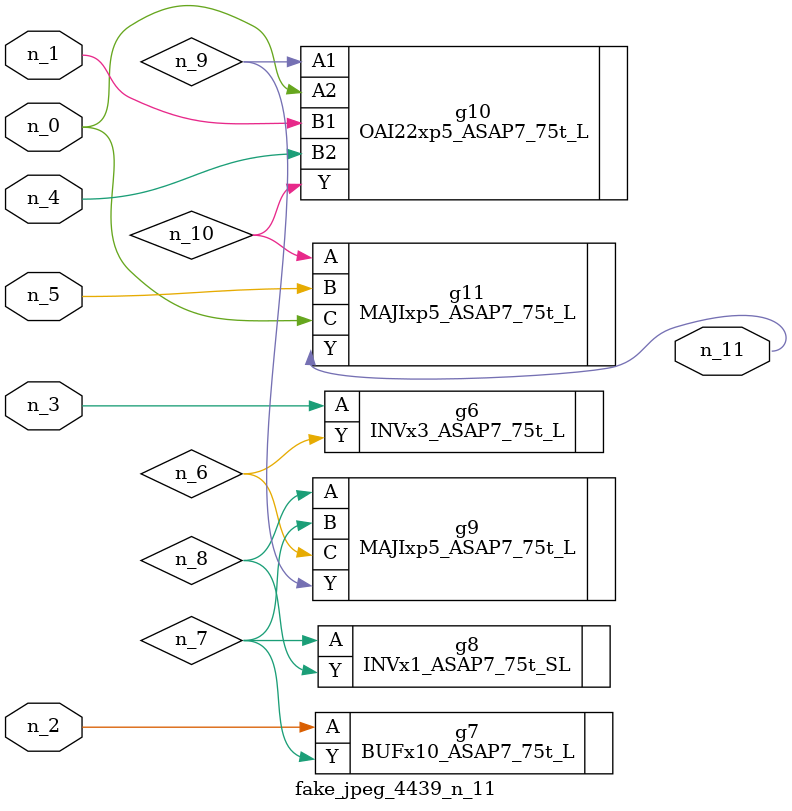
<source format=v>
module fake_jpeg_4439_n_11 (n_3, n_2, n_1, n_0, n_4, n_5, n_11);

input n_3;
input n_2;
input n_1;
input n_0;
input n_4;
input n_5;

output n_11;

wire n_10;
wire n_8;
wire n_9;
wire n_6;
wire n_7;

INVx3_ASAP7_75t_L g6 ( 
.A(n_3),
.Y(n_6)
);

BUFx10_ASAP7_75t_L g7 ( 
.A(n_2),
.Y(n_7)
);

INVx1_ASAP7_75t_SL g8 ( 
.A(n_7),
.Y(n_8)
);

MAJIxp5_ASAP7_75t_L g9 ( 
.A(n_8),
.B(n_7),
.C(n_6),
.Y(n_9)
);

OAI22xp5_ASAP7_75t_L g10 ( 
.A1(n_9),
.A2(n_0),
.B1(n_1),
.B2(n_4),
.Y(n_10)
);

MAJIxp5_ASAP7_75t_L g11 ( 
.A(n_10),
.B(n_5),
.C(n_0),
.Y(n_11)
);


endmodule
</source>
